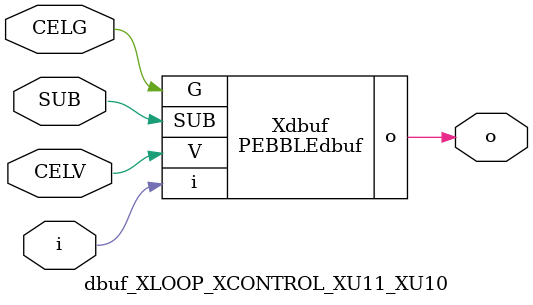
<source format=v>



module PEBBLEdbuf ( o, G, SUB, V, i );

  input V;
  input i;
  input G;
  output o;
  input SUB;
endmodule

//Celera Confidential Do Not Copy dbuf_XLOOP_XCONTROL_XU11_XU10
//Celera Confidential Symbol Generator
//Digital Buffer
module dbuf_XLOOP_XCONTROL_XU11_XU10 (CELV,CELG,i,o,SUB);
input CELV;
input CELG;
input i;
input SUB;
output o;

//Celera Confidential Do Not Copy dbuf
PEBBLEdbuf Xdbuf(
.V (CELV),
.i (i),
.o (o),
.SUB (SUB),
.G (CELG)
);
//,diesize,PEBBLEdbuf

//Celera Confidential Do Not Copy Module End
//Celera Schematic Generator
endmodule

</source>
